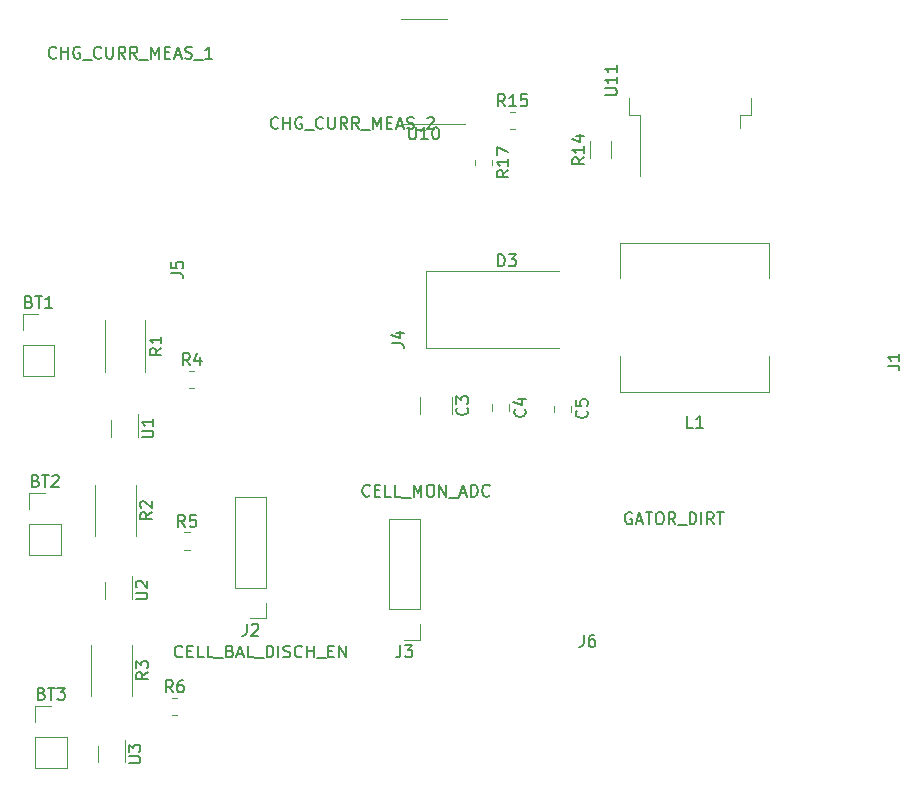
<source format=gbr>
%TF.GenerationSoftware,KiCad,Pcbnew,(6.0.2)*%
%TF.CreationDate,2022-03-20T03:32:58-07:00*%
%TF.ProjectId,ChargerPOC,43686172-6765-4725-904f-432e6b696361,rev?*%
%TF.SameCoordinates,Original*%
%TF.FileFunction,Legend,Top*%
%TF.FilePolarity,Positive*%
%FSLAX46Y46*%
G04 Gerber Fmt 4.6, Leading zero omitted, Abs format (unit mm)*
G04 Created by KiCad (PCBNEW (6.0.2)) date 2022-03-20 03:32:58*
%MOMM*%
%LPD*%
G01*
G04 APERTURE LIST*
%ADD10C,0.150000*%
%ADD11C,0.120000*%
G04 APERTURE END LIST*
D10*
%TO.C,J5*%
X36700980Y-87055333D02*
X37415266Y-87055333D01*
X37558123Y-87102952D01*
X37653361Y-87198190D01*
X37700980Y-87341047D01*
X37700980Y-87436285D01*
X36700980Y-86102952D02*
X36700980Y-86579142D01*
X37177171Y-86626761D01*
X37129552Y-86579142D01*
X37081933Y-86483904D01*
X37081933Y-86245809D01*
X37129552Y-86150571D01*
X37177171Y-86102952D01*
X37272409Y-86055333D01*
X37510504Y-86055333D01*
X37605742Y-86102952D01*
X37653361Y-86150571D01*
X37700980Y-86245809D01*
X37700980Y-86483904D01*
X37653361Y-86579142D01*
X37605742Y-86626761D01*
X26962885Y-68759342D02*
X26915266Y-68806961D01*
X26772409Y-68854580D01*
X26677171Y-68854580D01*
X26534314Y-68806961D01*
X26439076Y-68711723D01*
X26391457Y-68616485D01*
X26343838Y-68426009D01*
X26343838Y-68283152D01*
X26391457Y-68092676D01*
X26439076Y-67997438D01*
X26534314Y-67902200D01*
X26677171Y-67854580D01*
X26772409Y-67854580D01*
X26915266Y-67902200D01*
X26962885Y-67949819D01*
X27391457Y-68854580D02*
X27391457Y-67854580D01*
X27391457Y-68330771D02*
X27962885Y-68330771D01*
X27962885Y-68854580D02*
X27962885Y-67854580D01*
X28962885Y-67902200D02*
X28867647Y-67854580D01*
X28724790Y-67854580D01*
X28581933Y-67902200D01*
X28486695Y-67997438D01*
X28439076Y-68092676D01*
X28391457Y-68283152D01*
X28391457Y-68426009D01*
X28439076Y-68616485D01*
X28486695Y-68711723D01*
X28581933Y-68806961D01*
X28724790Y-68854580D01*
X28820028Y-68854580D01*
X28962885Y-68806961D01*
X29010504Y-68759342D01*
X29010504Y-68426009D01*
X28820028Y-68426009D01*
X29200980Y-68949819D02*
X29962885Y-68949819D01*
X30772409Y-68759342D02*
X30724790Y-68806961D01*
X30581933Y-68854580D01*
X30486695Y-68854580D01*
X30343838Y-68806961D01*
X30248600Y-68711723D01*
X30200980Y-68616485D01*
X30153361Y-68426009D01*
X30153361Y-68283152D01*
X30200980Y-68092676D01*
X30248600Y-67997438D01*
X30343838Y-67902200D01*
X30486695Y-67854580D01*
X30581933Y-67854580D01*
X30724790Y-67902200D01*
X30772409Y-67949819D01*
X31200980Y-67854580D02*
X31200980Y-68664104D01*
X31248600Y-68759342D01*
X31296219Y-68806961D01*
X31391457Y-68854580D01*
X31581933Y-68854580D01*
X31677171Y-68806961D01*
X31724790Y-68759342D01*
X31772409Y-68664104D01*
X31772409Y-67854580D01*
X32820028Y-68854580D02*
X32486695Y-68378390D01*
X32248600Y-68854580D02*
X32248600Y-67854580D01*
X32629552Y-67854580D01*
X32724790Y-67902200D01*
X32772409Y-67949819D01*
X32820028Y-68045057D01*
X32820028Y-68187914D01*
X32772409Y-68283152D01*
X32724790Y-68330771D01*
X32629552Y-68378390D01*
X32248600Y-68378390D01*
X33820028Y-68854580D02*
X33486695Y-68378390D01*
X33248600Y-68854580D02*
X33248600Y-67854580D01*
X33629552Y-67854580D01*
X33724790Y-67902200D01*
X33772409Y-67949819D01*
X33820028Y-68045057D01*
X33820028Y-68187914D01*
X33772409Y-68283152D01*
X33724790Y-68330771D01*
X33629552Y-68378390D01*
X33248600Y-68378390D01*
X34010504Y-68949819D02*
X34772409Y-68949819D01*
X35010504Y-68854580D02*
X35010504Y-67854580D01*
X35343838Y-68568866D01*
X35677171Y-67854580D01*
X35677171Y-68854580D01*
X36153361Y-68330771D02*
X36486695Y-68330771D01*
X36629552Y-68854580D02*
X36153361Y-68854580D01*
X36153361Y-67854580D01*
X36629552Y-67854580D01*
X37010504Y-68568866D02*
X37486695Y-68568866D01*
X36915266Y-68854580D02*
X37248600Y-67854580D01*
X37581933Y-68854580D01*
X37867647Y-68806961D02*
X38010504Y-68854580D01*
X38248600Y-68854580D01*
X38343838Y-68806961D01*
X38391457Y-68759342D01*
X38439076Y-68664104D01*
X38439076Y-68568866D01*
X38391457Y-68473628D01*
X38343838Y-68426009D01*
X38248600Y-68378390D01*
X38058123Y-68330771D01*
X37962885Y-68283152D01*
X37915266Y-68235533D01*
X37867647Y-68140295D01*
X37867647Y-68045057D01*
X37915266Y-67949819D01*
X37962885Y-67902200D01*
X38058123Y-67854580D01*
X38296219Y-67854580D01*
X38439076Y-67902200D01*
X38629552Y-68949819D02*
X39391457Y-68949819D01*
X40153361Y-68854580D02*
X39581933Y-68854580D01*
X39867647Y-68854580D02*
X39867647Y-67854580D01*
X39772409Y-67997438D01*
X39677171Y-68092676D01*
X39581933Y-68140295D01*
%TO.C,J4*%
X55395380Y-92967333D02*
X56109666Y-92967333D01*
X56252523Y-93014952D01*
X56347761Y-93110190D01*
X56395380Y-93253047D01*
X56395380Y-93348285D01*
X55728714Y-92062571D02*
X56395380Y-92062571D01*
X55347761Y-92300666D02*
X56062047Y-92538761D01*
X56062047Y-91919714D01*
X45758885Y-74728342D02*
X45711266Y-74775961D01*
X45568409Y-74823580D01*
X45473171Y-74823580D01*
X45330314Y-74775961D01*
X45235076Y-74680723D01*
X45187457Y-74585485D01*
X45139838Y-74395009D01*
X45139838Y-74252152D01*
X45187457Y-74061676D01*
X45235076Y-73966438D01*
X45330314Y-73871200D01*
X45473171Y-73823580D01*
X45568409Y-73823580D01*
X45711266Y-73871200D01*
X45758885Y-73918819D01*
X46187457Y-74823580D02*
X46187457Y-73823580D01*
X46187457Y-74299771D02*
X46758885Y-74299771D01*
X46758885Y-74823580D02*
X46758885Y-73823580D01*
X47758885Y-73871200D02*
X47663647Y-73823580D01*
X47520790Y-73823580D01*
X47377933Y-73871200D01*
X47282695Y-73966438D01*
X47235076Y-74061676D01*
X47187457Y-74252152D01*
X47187457Y-74395009D01*
X47235076Y-74585485D01*
X47282695Y-74680723D01*
X47377933Y-74775961D01*
X47520790Y-74823580D01*
X47616028Y-74823580D01*
X47758885Y-74775961D01*
X47806504Y-74728342D01*
X47806504Y-74395009D01*
X47616028Y-74395009D01*
X47996980Y-74918819D02*
X48758885Y-74918819D01*
X49568409Y-74728342D02*
X49520790Y-74775961D01*
X49377933Y-74823580D01*
X49282695Y-74823580D01*
X49139838Y-74775961D01*
X49044600Y-74680723D01*
X48996980Y-74585485D01*
X48949361Y-74395009D01*
X48949361Y-74252152D01*
X48996980Y-74061676D01*
X49044600Y-73966438D01*
X49139838Y-73871200D01*
X49282695Y-73823580D01*
X49377933Y-73823580D01*
X49520790Y-73871200D01*
X49568409Y-73918819D01*
X49996980Y-73823580D02*
X49996980Y-74633104D01*
X50044600Y-74728342D01*
X50092219Y-74775961D01*
X50187457Y-74823580D01*
X50377933Y-74823580D01*
X50473171Y-74775961D01*
X50520790Y-74728342D01*
X50568409Y-74633104D01*
X50568409Y-73823580D01*
X51616028Y-74823580D02*
X51282695Y-74347390D01*
X51044600Y-74823580D02*
X51044600Y-73823580D01*
X51425552Y-73823580D01*
X51520790Y-73871200D01*
X51568409Y-73918819D01*
X51616028Y-74014057D01*
X51616028Y-74156914D01*
X51568409Y-74252152D01*
X51520790Y-74299771D01*
X51425552Y-74347390D01*
X51044600Y-74347390D01*
X52616028Y-74823580D02*
X52282695Y-74347390D01*
X52044600Y-74823580D02*
X52044600Y-73823580D01*
X52425552Y-73823580D01*
X52520790Y-73871200D01*
X52568409Y-73918819D01*
X52616028Y-74014057D01*
X52616028Y-74156914D01*
X52568409Y-74252152D01*
X52520790Y-74299771D01*
X52425552Y-74347390D01*
X52044600Y-74347390D01*
X52806504Y-74918819D02*
X53568409Y-74918819D01*
X53806504Y-74823580D02*
X53806504Y-73823580D01*
X54139838Y-74537866D01*
X54473171Y-73823580D01*
X54473171Y-74823580D01*
X54949361Y-74299771D02*
X55282695Y-74299771D01*
X55425552Y-74823580D02*
X54949361Y-74823580D01*
X54949361Y-73823580D01*
X55425552Y-73823580D01*
X55806504Y-74537866D02*
X56282695Y-74537866D01*
X55711266Y-74823580D02*
X56044600Y-73823580D01*
X56377933Y-74823580D01*
X56663647Y-74775961D02*
X56806504Y-74823580D01*
X57044600Y-74823580D01*
X57139838Y-74775961D01*
X57187457Y-74728342D01*
X57235076Y-74633104D01*
X57235076Y-74537866D01*
X57187457Y-74442628D01*
X57139838Y-74395009D01*
X57044600Y-74347390D01*
X56854123Y-74299771D01*
X56758885Y-74252152D01*
X56711266Y-74204533D01*
X56663647Y-74109295D01*
X56663647Y-74014057D01*
X56711266Y-73918819D01*
X56758885Y-73871200D01*
X56854123Y-73823580D01*
X57092219Y-73823580D01*
X57235076Y-73871200D01*
X57425552Y-74918819D02*
X58187457Y-74918819D01*
X58377933Y-73918819D02*
X58425552Y-73871200D01*
X58520790Y-73823580D01*
X58758885Y-73823580D01*
X58854123Y-73871200D01*
X58901742Y-73918819D01*
X58949361Y-74014057D01*
X58949361Y-74109295D01*
X58901742Y-74252152D01*
X58330314Y-74823580D01*
X58949361Y-74823580D01*
%TO.C,J3*%
X56105466Y-118546180D02*
X56105466Y-119260466D01*
X56057847Y-119403323D01*
X55962609Y-119498561D01*
X55819752Y-119546180D01*
X55724514Y-119546180D01*
X56486419Y-118546180D02*
X57105466Y-118546180D01*
X56772133Y-118927133D01*
X56914990Y-118927133D01*
X57010228Y-118974752D01*
X57057847Y-119022371D01*
X57105466Y-119117609D01*
X57105466Y-119355704D01*
X57057847Y-119450942D01*
X57010228Y-119498561D01*
X56914990Y-119546180D01*
X56629276Y-119546180D01*
X56534038Y-119498561D01*
X56486419Y-119450942D01*
X53505695Y-105843342D02*
X53458076Y-105890961D01*
X53315219Y-105938580D01*
X53219980Y-105938580D01*
X53077123Y-105890961D01*
X52981885Y-105795723D01*
X52934266Y-105700485D01*
X52886647Y-105510009D01*
X52886647Y-105367152D01*
X52934266Y-105176676D01*
X52981885Y-105081438D01*
X53077123Y-104986200D01*
X53219980Y-104938580D01*
X53315219Y-104938580D01*
X53458076Y-104986200D01*
X53505695Y-105033819D01*
X53934266Y-105414771D02*
X54267600Y-105414771D01*
X54410457Y-105938580D02*
X53934266Y-105938580D01*
X53934266Y-104938580D01*
X54410457Y-104938580D01*
X55315219Y-105938580D02*
X54839028Y-105938580D01*
X54839028Y-104938580D01*
X56124742Y-105938580D02*
X55648552Y-105938580D01*
X55648552Y-104938580D01*
X56219980Y-106033819D02*
X56981885Y-106033819D01*
X57219980Y-105938580D02*
X57219980Y-104938580D01*
X57553314Y-105652866D01*
X57886647Y-104938580D01*
X57886647Y-105938580D01*
X58553314Y-104938580D02*
X58743790Y-104938580D01*
X58839028Y-104986200D01*
X58934266Y-105081438D01*
X58981885Y-105271914D01*
X58981885Y-105605247D01*
X58934266Y-105795723D01*
X58839028Y-105890961D01*
X58743790Y-105938580D01*
X58553314Y-105938580D01*
X58458076Y-105890961D01*
X58362838Y-105795723D01*
X58315219Y-105605247D01*
X58315219Y-105271914D01*
X58362838Y-105081438D01*
X58458076Y-104986200D01*
X58553314Y-104938580D01*
X59410457Y-105938580D02*
X59410457Y-104938580D01*
X59981885Y-105938580D01*
X59981885Y-104938580D01*
X60219980Y-106033819D02*
X60981885Y-106033819D01*
X61172361Y-105652866D02*
X61648552Y-105652866D01*
X61077123Y-105938580D02*
X61410457Y-104938580D01*
X61743790Y-105938580D01*
X62077123Y-105938580D02*
X62077123Y-104938580D01*
X62315219Y-104938580D01*
X62458076Y-104986200D01*
X62553314Y-105081438D01*
X62600933Y-105176676D01*
X62648552Y-105367152D01*
X62648552Y-105510009D01*
X62600933Y-105700485D01*
X62553314Y-105795723D01*
X62458076Y-105890961D01*
X62315219Y-105938580D01*
X62077123Y-105938580D01*
X63648552Y-105843342D02*
X63600933Y-105890961D01*
X63458076Y-105938580D01*
X63362838Y-105938580D01*
X63219980Y-105890961D01*
X63124742Y-105795723D01*
X63077123Y-105700485D01*
X63029504Y-105510009D01*
X63029504Y-105367152D01*
X63077123Y-105176676D01*
X63124742Y-105081438D01*
X63219980Y-104986200D01*
X63362838Y-104938580D01*
X63458076Y-104938580D01*
X63600933Y-104986200D01*
X63648552Y-105033819D01*
%TO.C,J2*%
X43075266Y-116707380D02*
X43075266Y-117421666D01*
X43027647Y-117564523D01*
X42932409Y-117659761D01*
X42789552Y-117707380D01*
X42694314Y-117707380D01*
X43503838Y-116802619D02*
X43551457Y-116755000D01*
X43646695Y-116707380D01*
X43884790Y-116707380D01*
X43980028Y-116755000D01*
X44027647Y-116802619D01*
X44075266Y-116897857D01*
X44075266Y-116993095D01*
X44027647Y-117135952D01*
X43456219Y-117707380D01*
X44075266Y-117707380D01*
X37629342Y-119457742D02*
X37581723Y-119505361D01*
X37438866Y-119552980D01*
X37343628Y-119552980D01*
X37200771Y-119505361D01*
X37105533Y-119410123D01*
X37057914Y-119314885D01*
X37010295Y-119124409D01*
X37010295Y-118981552D01*
X37057914Y-118791076D01*
X37105533Y-118695838D01*
X37200771Y-118600600D01*
X37343628Y-118552980D01*
X37438866Y-118552980D01*
X37581723Y-118600600D01*
X37629342Y-118648219D01*
X38057914Y-119029171D02*
X38391247Y-119029171D01*
X38534104Y-119552980D02*
X38057914Y-119552980D01*
X38057914Y-118552980D01*
X38534104Y-118552980D01*
X39438866Y-119552980D02*
X38962676Y-119552980D01*
X38962676Y-118552980D01*
X40248390Y-119552980D02*
X39772200Y-119552980D01*
X39772200Y-118552980D01*
X40343628Y-119648219D02*
X41105533Y-119648219D01*
X41676961Y-119029171D02*
X41819819Y-119076790D01*
X41867438Y-119124409D01*
X41915057Y-119219647D01*
X41915057Y-119362504D01*
X41867438Y-119457742D01*
X41819819Y-119505361D01*
X41724580Y-119552980D01*
X41343628Y-119552980D01*
X41343628Y-118552980D01*
X41676961Y-118552980D01*
X41772200Y-118600600D01*
X41819819Y-118648219D01*
X41867438Y-118743457D01*
X41867438Y-118838695D01*
X41819819Y-118933933D01*
X41772200Y-118981552D01*
X41676961Y-119029171D01*
X41343628Y-119029171D01*
X42296009Y-119267266D02*
X42772200Y-119267266D01*
X42200771Y-119552980D02*
X42534104Y-118552980D01*
X42867438Y-119552980D01*
X43676961Y-119552980D02*
X43200771Y-119552980D01*
X43200771Y-118552980D01*
X43772200Y-119648219D02*
X44534104Y-119648219D01*
X44772200Y-119552980D02*
X44772200Y-118552980D01*
X45010295Y-118552980D01*
X45153152Y-118600600D01*
X45248390Y-118695838D01*
X45296009Y-118791076D01*
X45343628Y-118981552D01*
X45343628Y-119124409D01*
X45296009Y-119314885D01*
X45248390Y-119410123D01*
X45153152Y-119505361D01*
X45010295Y-119552980D01*
X44772200Y-119552980D01*
X45772200Y-119552980D02*
X45772200Y-118552980D01*
X46200771Y-119505361D02*
X46343628Y-119552980D01*
X46581723Y-119552980D01*
X46676961Y-119505361D01*
X46724580Y-119457742D01*
X46772200Y-119362504D01*
X46772200Y-119267266D01*
X46724580Y-119172028D01*
X46676961Y-119124409D01*
X46581723Y-119076790D01*
X46391247Y-119029171D01*
X46296009Y-118981552D01*
X46248390Y-118933933D01*
X46200771Y-118838695D01*
X46200771Y-118743457D01*
X46248390Y-118648219D01*
X46296009Y-118600600D01*
X46391247Y-118552980D01*
X46629342Y-118552980D01*
X46772200Y-118600600D01*
X47772200Y-119457742D02*
X47724580Y-119505361D01*
X47581723Y-119552980D01*
X47486485Y-119552980D01*
X47343628Y-119505361D01*
X47248390Y-119410123D01*
X47200771Y-119314885D01*
X47153152Y-119124409D01*
X47153152Y-118981552D01*
X47200771Y-118791076D01*
X47248390Y-118695838D01*
X47343628Y-118600600D01*
X47486485Y-118552980D01*
X47581723Y-118552980D01*
X47724580Y-118600600D01*
X47772200Y-118648219D01*
X48200771Y-119552980D02*
X48200771Y-118552980D01*
X48200771Y-119029171D02*
X48772200Y-119029171D01*
X48772200Y-119552980D02*
X48772200Y-118552980D01*
X49010295Y-119648219D02*
X49772199Y-119648219D01*
X50010295Y-119029171D02*
X50343628Y-119029171D01*
X50486485Y-119552980D02*
X50010295Y-119552980D01*
X50010295Y-118552980D01*
X50486485Y-118552980D01*
X50915057Y-119552980D02*
X50915057Y-118552980D01*
X51486485Y-119552980D01*
X51486485Y-118552980D01*
%TO.C,J1*%
X97356180Y-94853133D02*
X98070466Y-94853133D01*
X98213323Y-94900752D01*
X98308561Y-94995990D01*
X98356180Y-95138847D01*
X98356180Y-95234085D01*
X98356180Y-93853133D02*
X98356180Y-94424561D01*
X98356180Y-94138847D02*
X97356180Y-94138847D01*
X97499038Y-94234085D01*
X97594276Y-94329323D01*
X97641895Y-94424561D01*
%TO.C,J6*%
X71618466Y-117650780D02*
X71618466Y-118365066D01*
X71570847Y-118507923D01*
X71475609Y-118603161D01*
X71332752Y-118650780D01*
X71237514Y-118650780D01*
X72523228Y-117650780D02*
X72332752Y-117650780D01*
X72237514Y-117698400D01*
X72189895Y-117746019D01*
X72094657Y-117888876D01*
X72047038Y-118079352D01*
X72047038Y-118460304D01*
X72094657Y-118555542D01*
X72142276Y-118603161D01*
X72237514Y-118650780D01*
X72427990Y-118650780D01*
X72523228Y-118603161D01*
X72570847Y-118555542D01*
X72618466Y-118460304D01*
X72618466Y-118222209D01*
X72570847Y-118126971D01*
X72523228Y-118079352D01*
X72427990Y-118031733D01*
X72237514Y-118031733D01*
X72142276Y-118079352D01*
X72094657Y-118126971D01*
X72047038Y-118222209D01*
X75676571Y-107323000D02*
X75581333Y-107275380D01*
X75438476Y-107275380D01*
X75295619Y-107323000D01*
X75200380Y-107418238D01*
X75152761Y-107513476D01*
X75105142Y-107703952D01*
X75105142Y-107846809D01*
X75152761Y-108037285D01*
X75200380Y-108132523D01*
X75295619Y-108227761D01*
X75438476Y-108275380D01*
X75533714Y-108275380D01*
X75676571Y-108227761D01*
X75724190Y-108180142D01*
X75724190Y-107846809D01*
X75533714Y-107846809D01*
X76105142Y-107989666D02*
X76581333Y-107989666D01*
X76009904Y-108275380D02*
X76343238Y-107275380D01*
X76676571Y-108275380D01*
X76867047Y-107275380D02*
X77438476Y-107275380D01*
X77152761Y-108275380D02*
X77152761Y-107275380D01*
X77962285Y-107275380D02*
X78152761Y-107275380D01*
X78248000Y-107323000D01*
X78343238Y-107418238D01*
X78390857Y-107608714D01*
X78390857Y-107942047D01*
X78343238Y-108132523D01*
X78248000Y-108227761D01*
X78152761Y-108275380D01*
X77962285Y-108275380D01*
X77867047Y-108227761D01*
X77771809Y-108132523D01*
X77724190Y-107942047D01*
X77724190Y-107608714D01*
X77771809Y-107418238D01*
X77867047Y-107323000D01*
X77962285Y-107275380D01*
X79390857Y-108275380D02*
X79057523Y-107799190D01*
X78819428Y-108275380D02*
X78819428Y-107275380D01*
X79200380Y-107275380D01*
X79295619Y-107323000D01*
X79343238Y-107370619D01*
X79390857Y-107465857D01*
X79390857Y-107608714D01*
X79343238Y-107703952D01*
X79295619Y-107751571D01*
X79200380Y-107799190D01*
X78819428Y-107799190D01*
X79581333Y-108370619D02*
X80343238Y-108370619D01*
X80581333Y-108275380D02*
X80581333Y-107275380D01*
X80819428Y-107275380D01*
X80962285Y-107323000D01*
X81057523Y-107418238D01*
X81105142Y-107513476D01*
X81152761Y-107703952D01*
X81152761Y-107846809D01*
X81105142Y-108037285D01*
X81057523Y-108132523D01*
X80962285Y-108227761D01*
X80819428Y-108275380D01*
X80581333Y-108275380D01*
X81581333Y-108275380D02*
X81581333Y-107275380D01*
X82628952Y-108275380D02*
X82295619Y-107799190D01*
X82057523Y-108275380D02*
X82057523Y-107275380D01*
X82438476Y-107275380D01*
X82533714Y-107323000D01*
X82581333Y-107370619D01*
X82628952Y-107465857D01*
X82628952Y-107608714D01*
X82581333Y-107703952D01*
X82533714Y-107751571D01*
X82438476Y-107799190D01*
X82057523Y-107799190D01*
X82914666Y-107275380D02*
X83486095Y-107275380D01*
X83200380Y-108275380D02*
X83200380Y-107275380D01*
%TO.C,U10*%
X56851704Y-74674580D02*
X56851704Y-75484104D01*
X56899323Y-75579342D01*
X56946942Y-75626961D01*
X57042180Y-75674580D01*
X57232657Y-75674580D01*
X57327895Y-75626961D01*
X57375514Y-75579342D01*
X57423133Y-75484104D01*
X57423133Y-74674580D01*
X58423133Y-75674580D02*
X57851704Y-75674580D01*
X58137419Y-75674580D02*
X58137419Y-74674580D01*
X58042180Y-74817438D01*
X57946942Y-74912676D01*
X57851704Y-74960295D01*
X59042180Y-74674580D02*
X59137419Y-74674580D01*
X59232657Y-74722200D01*
X59280276Y-74769819D01*
X59327895Y-74865057D01*
X59375514Y-75055533D01*
X59375514Y-75293628D01*
X59327895Y-75484104D01*
X59280276Y-75579342D01*
X59232657Y-75626961D01*
X59137419Y-75674580D01*
X59042180Y-75674580D01*
X58946942Y-75626961D01*
X58899323Y-75579342D01*
X58851704Y-75484104D01*
X58804085Y-75293628D01*
X58804085Y-75055533D01*
X58851704Y-74865057D01*
X58899323Y-74769819D01*
X58946942Y-74722200D01*
X59042180Y-74674580D01*
%TO.C,R17*%
X65246780Y-78316057D02*
X64770590Y-78649390D01*
X65246780Y-78887485D02*
X64246780Y-78887485D01*
X64246780Y-78506533D01*
X64294400Y-78411295D01*
X64342019Y-78363676D01*
X64437257Y-78316057D01*
X64580114Y-78316057D01*
X64675352Y-78363676D01*
X64722971Y-78411295D01*
X64770590Y-78506533D01*
X64770590Y-78887485D01*
X65246780Y-77363676D02*
X65246780Y-77935104D01*
X65246780Y-77649390D02*
X64246780Y-77649390D01*
X64389638Y-77744628D01*
X64484876Y-77839866D01*
X64532495Y-77935104D01*
X64246780Y-77030342D02*
X64246780Y-76363676D01*
X65246780Y-76792247D01*
%TO.C,R15*%
X64949342Y-72884780D02*
X64616009Y-72408590D01*
X64377914Y-72884780D02*
X64377914Y-71884780D01*
X64758866Y-71884780D01*
X64854104Y-71932400D01*
X64901723Y-71980019D01*
X64949342Y-72075257D01*
X64949342Y-72218114D01*
X64901723Y-72313352D01*
X64854104Y-72360971D01*
X64758866Y-72408590D01*
X64377914Y-72408590D01*
X65901723Y-72884780D02*
X65330295Y-72884780D01*
X65616009Y-72884780D02*
X65616009Y-71884780D01*
X65520771Y-72027638D01*
X65425533Y-72122876D01*
X65330295Y-72170495D01*
X66806485Y-71884780D02*
X66330295Y-71884780D01*
X66282676Y-72360971D01*
X66330295Y-72313352D01*
X66425533Y-72265733D01*
X66663628Y-72265733D01*
X66758866Y-72313352D01*
X66806485Y-72360971D01*
X66854104Y-72456209D01*
X66854104Y-72694304D01*
X66806485Y-72789542D01*
X66758866Y-72837161D01*
X66663628Y-72884780D01*
X66425533Y-72884780D01*
X66330295Y-72837161D01*
X66282676Y-72789542D01*
%TO.C,R6*%
X36831733Y-122500380D02*
X36498400Y-122024190D01*
X36260304Y-122500380D02*
X36260304Y-121500380D01*
X36641257Y-121500380D01*
X36736495Y-121548000D01*
X36784114Y-121595619D01*
X36831733Y-121690857D01*
X36831733Y-121833714D01*
X36784114Y-121928952D01*
X36736495Y-121976571D01*
X36641257Y-122024190D01*
X36260304Y-122024190D01*
X37688876Y-121500380D02*
X37498400Y-121500380D01*
X37403161Y-121548000D01*
X37355542Y-121595619D01*
X37260304Y-121738476D01*
X37212685Y-121928952D01*
X37212685Y-122309904D01*
X37260304Y-122405142D01*
X37307923Y-122452761D01*
X37403161Y-122500380D01*
X37593638Y-122500380D01*
X37688876Y-122452761D01*
X37736495Y-122405142D01*
X37784114Y-122309904D01*
X37784114Y-122071809D01*
X37736495Y-121976571D01*
X37688876Y-121928952D01*
X37593638Y-121881333D01*
X37403161Y-121881333D01*
X37307923Y-121928952D01*
X37260304Y-121976571D01*
X37212685Y-122071809D01*
%TO.C,R5*%
X37866533Y-108504980D02*
X37533200Y-108028790D01*
X37295104Y-108504980D02*
X37295104Y-107504980D01*
X37676057Y-107504980D01*
X37771295Y-107552600D01*
X37818914Y-107600219D01*
X37866533Y-107695457D01*
X37866533Y-107838314D01*
X37818914Y-107933552D01*
X37771295Y-107981171D01*
X37676057Y-108028790D01*
X37295104Y-108028790D01*
X38771295Y-107504980D02*
X38295104Y-107504980D01*
X38247485Y-107981171D01*
X38295104Y-107933552D01*
X38390342Y-107885933D01*
X38628438Y-107885933D01*
X38723676Y-107933552D01*
X38771295Y-107981171D01*
X38818914Y-108076409D01*
X38818914Y-108314504D01*
X38771295Y-108409742D01*
X38723676Y-108457361D01*
X38628438Y-108504980D01*
X38390342Y-108504980D01*
X38295104Y-108457361D01*
X38247485Y-108409742D01*
%TO.C,R4*%
X38272933Y-94814380D02*
X37939600Y-94338190D01*
X37701504Y-94814380D02*
X37701504Y-93814380D01*
X38082457Y-93814380D01*
X38177695Y-93862000D01*
X38225314Y-93909619D01*
X38272933Y-94004857D01*
X38272933Y-94147714D01*
X38225314Y-94242952D01*
X38177695Y-94290571D01*
X38082457Y-94338190D01*
X37701504Y-94338190D01*
X39130076Y-94147714D02*
X39130076Y-94814380D01*
X38891980Y-93766761D02*
X38653885Y-94481047D01*
X39272933Y-94481047D01*
%TO.C,BT3*%
X25731885Y-122612371D02*
X25874742Y-122659990D01*
X25922361Y-122707609D01*
X25969980Y-122802847D01*
X25969980Y-122945704D01*
X25922361Y-123040942D01*
X25874742Y-123088561D01*
X25779504Y-123136180D01*
X25398552Y-123136180D01*
X25398552Y-122136180D01*
X25731885Y-122136180D01*
X25827123Y-122183800D01*
X25874742Y-122231419D01*
X25922361Y-122326657D01*
X25922361Y-122421895D01*
X25874742Y-122517133D01*
X25827123Y-122564752D01*
X25731885Y-122612371D01*
X25398552Y-122612371D01*
X26255695Y-122136180D02*
X26827123Y-122136180D01*
X26541409Y-123136180D02*
X26541409Y-122136180D01*
X27065219Y-122136180D02*
X27684266Y-122136180D01*
X27350933Y-122517133D01*
X27493790Y-122517133D01*
X27589028Y-122564752D01*
X27636647Y-122612371D01*
X27684266Y-122707609D01*
X27684266Y-122945704D01*
X27636647Y-123040942D01*
X27589028Y-123088561D01*
X27493790Y-123136180D01*
X27208076Y-123136180D01*
X27112838Y-123088561D01*
X27065219Y-123040942D01*
%TO.C,BT2*%
X25223885Y-104593771D02*
X25366742Y-104641390D01*
X25414361Y-104689009D01*
X25461980Y-104784247D01*
X25461980Y-104927104D01*
X25414361Y-105022342D01*
X25366742Y-105069961D01*
X25271504Y-105117580D01*
X24890552Y-105117580D01*
X24890552Y-104117580D01*
X25223885Y-104117580D01*
X25319123Y-104165200D01*
X25366742Y-104212819D01*
X25414361Y-104308057D01*
X25414361Y-104403295D01*
X25366742Y-104498533D01*
X25319123Y-104546152D01*
X25223885Y-104593771D01*
X24890552Y-104593771D01*
X25747695Y-104117580D02*
X26319123Y-104117580D01*
X26033409Y-105117580D02*
X26033409Y-104117580D01*
X26604838Y-104212819D02*
X26652457Y-104165200D01*
X26747695Y-104117580D01*
X26985790Y-104117580D01*
X27081028Y-104165200D01*
X27128647Y-104212819D01*
X27176266Y-104308057D01*
X27176266Y-104403295D01*
X27128647Y-104546152D01*
X26557219Y-105117580D01*
X27176266Y-105117580D01*
%TO.C,BT1*%
X24665085Y-89444971D02*
X24807942Y-89492590D01*
X24855561Y-89540209D01*
X24903180Y-89635447D01*
X24903180Y-89778304D01*
X24855561Y-89873542D01*
X24807942Y-89921161D01*
X24712704Y-89968780D01*
X24331752Y-89968780D01*
X24331752Y-88968780D01*
X24665085Y-88968780D01*
X24760323Y-89016400D01*
X24807942Y-89064019D01*
X24855561Y-89159257D01*
X24855561Y-89254495D01*
X24807942Y-89349733D01*
X24760323Y-89397352D01*
X24665085Y-89444971D01*
X24331752Y-89444971D01*
X25188895Y-88968780D02*
X25760323Y-88968780D01*
X25474609Y-89968780D02*
X25474609Y-88968780D01*
X26617466Y-89968780D02*
X26046038Y-89968780D01*
X26331752Y-89968780D02*
X26331752Y-88968780D01*
X26236514Y-89111638D01*
X26141276Y-89206876D01*
X26046038Y-89254495D01*
%TO.C,R2*%
X35050980Y-107280466D02*
X34574790Y-107613800D01*
X35050980Y-107851895D02*
X34050980Y-107851895D01*
X34050980Y-107470942D01*
X34098600Y-107375704D01*
X34146219Y-107328085D01*
X34241457Y-107280466D01*
X34384314Y-107280466D01*
X34479552Y-107328085D01*
X34527171Y-107375704D01*
X34574790Y-107470942D01*
X34574790Y-107851895D01*
X34146219Y-106899514D02*
X34098600Y-106851895D01*
X34050980Y-106756657D01*
X34050980Y-106518561D01*
X34098600Y-106423323D01*
X34146219Y-106375704D01*
X34241457Y-106328085D01*
X34336695Y-106328085D01*
X34479552Y-106375704D01*
X35050980Y-106947133D01*
X35050980Y-106328085D01*
%TO.C,U11*%
X73428380Y-71960495D02*
X74237904Y-71960495D01*
X74333142Y-71912876D01*
X74380761Y-71865257D01*
X74428380Y-71770019D01*
X74428380Y-71579542D01*
X74380761Y-71484304D01*
X74333142Y-71436685D01*
X74237904Y-71389066D01*
X73428380Y-71389066D01*
X74428380Y-70389066D02*
X74428380Y-70960495D01*
X74428380Y-70674780D02*
X73428380Y-70674780D01*
X73571238Y-70770019D01*
X73666476Y-70865257D01*
X73714095Y-70960495D01*
X74428380Y-69436685D02*
X74428380Y-70008114D01*
X74428380Y-69722400D02*
X73428380Y-69722400D01*
X73571238Y-69817638D01*
X73666476Y-69912876D01*
X73714095Y-70008114D01*
%TO.C,U3*%
X33085780Y-128507704D02*
X33895304Y-128507704D01*
X33990542Y-128460085D01*
X34038161Y-128412466D01*
X34085780Y-128317228D01*
X34085780Y-128126752D01*
X34038161Y-128031514D01*
X33990542Y-127983895D01*
X33895304Y-127936276D01*
X33085780Y-127936276D01*
X33085780Y-127555323D02*
X33085780Y-126936276D01*
X33466733Y-127269609D01*
X33466733Y-127126752D01*
X33514352Y-127031514D01*
X33561971Y-126983895D01*
X33657209Y-126936276D01*
X33895304Y-126936276D01*
X33990542Y-126983895D01*
X34038161Y-127031514D01*
X34085780Y-127126752D01*
X34085780Y-127412466D01*
X34038161Y-127507704D01*
X33990542Y-127555323D01*
%TO.C,L1*%
X80859333Y-100096580D02*
X80383142Y-100096580D01*
X80383142Y-99096580D01*
X81716476Y-100096580D02*
X81145047Y-100096580D01*
X81430761Y-100096580D02*
X81430761Y-99096580D01*
X81335523Y-99239438D01*
X81240285Y-99334676D01*
X81145047Y-99382295D01*
%TO.C,C3*%
X61737542Y-98401566D02*
X61785161Y-98449185D01*
X61832780Y-98592042D01*
X61832780Y-98687280D01*
X61785161Y-98830138D01*
X61689923Y-98925376D01*
X61594685Y-98972995D01*
X61404209Y-99020614D01*
X61261352Y-99020614D01*
X61070876Y-98972995D01*
X60975638Y-98925376D01*
X60880400Y-98830138D01*
X60832780Y-98687280D01*
X60832780Y-98592042D01*
X60880400Y-98449185D01*
X60928019Y-98401566D01*
X60832780Y-98068233D02*
X60832780Y-97449185D01*
X61213733Y-97782519D01*
X61213733Y-97639661D01*
X61261352Y-97544423D01*
X61308971Y-97496804D01*
X61404209Y-97449185D01*
X61642304Y-97449185D01*
X61737542Y-97496804D01*
X61785161Y-97544423D01*
X61832780Y-97639661D01*
X61832780Y-97925376D01*
X61785161Y-98020614D01*
X61737542Y-98068233D01*
%TO.C,U2*%
X33684980Y-114639304D02*
X34494504Y-114639304D01*
X34589742Y-114591685D01*
X34637361Y-114544066D01*
X34684980Y-114448828D01*
X34684980Y-114258352D01*
X34637361Y-114163114D01*
X34589742Y-114115495D01*
X34494504Y-114067876D01*
X33684980Y-114067876D01*
X33780219Y-113639304D02*
X33732600Y-113591685D01*
X33684980Y-113496447D01*
X33684980Y-113258352D01*
X33732600Y-113163114D01*
X33780219Y-113115495D01*
X33875457Y-113067876D01*
X33970695Y-113067876D01*
X34113552Y-113115495D01*
X34684980Y-113686923D01*
X34684980Y-113067876D01*
%TO.C,C4*%
X66629342Y-98562366D02*
X66676961Y-98609985D01*
X66724580Y-98752842D01*
X66724580Y-98848080D01*
X66676961Y-98990938D01*
X66581723Y-99086176D01*
X66486485Y-99133795D01*
X66296009Y-99181414D01*
X66153152Y-99181414D01*
X65962676Y-99133795D01*
X65867438Y-99086176D01*
X65772200Y-98990938D01*
X65724580Y-98848080D01*
X65724580Y-98752842D01*
X65772200Y-98609985D01*
X65819819Y-98562366D01*
X66057914Y-97705223D02*
X66724580Y-97705223D01*
X65676961Y-97943319D02*
X66391247Y-98181414D01*
X66391247Y-97562366D01*
%TO.C,C5*%
X71861742Y-98663966D02*
X71909361Y-98711585D01*
X71956980Y-98854442D01*
X71956980Y-98949680D01*
X71909361Y-99092538D01*
X71814123Y-99187776D01*
X71718885Y-99235395D01*
X71528409Y-99283014D01*
X71385552Y-99283014D01*
X71195076Y-99235395D01*
X71099838Y-99187776D01*
X71004600Y-99092538D01*
X70956980Y-98949680D01*
X70956980Y-98854442D01*
X71004600Y-98711585D01*
X71052219Y-98663966D01*
X70956980Y-97759204D02*
X70956980Y-98235395D01*
X71433171Y-98283014D01*
X71385552Y-98235395D01*
X71337933Y-98140157D01*
X71337933Y-97902061D01*
X71385552Y-97806823D01*
X71433171Y-97759204D01*
X71528409Y-97711585D01*
X71766504Y-97711585D01*
X71861742Y-97759204D01*
X71909361Y-97806823D01*
X71956980Y-97902061D01*
X71956980Y-98140157D01*
X71909361Y-98235395D01*
X71861742Y-98283014D01*
%TO.C,U1*%
X34192980Y-100939504D02*
X35002504Y-100939504D01*
X35097742Y-100891885D01*
X35145361Y-100844266D01*
X35192980Y-100749028D01*
X35192980Y-100558552D01*
X35145361Y-100463314D01*
X35097742Y-100415695D01*
X35002504Y-100368076D01*
X34192980Y-100368076D01*
X35192980Y-99368076D02*
X35192980Y-99939504D01*
X35192980Y-99653790D02*
X34192980Y-99653790D01*
X34335838Y-99749028D01*
X34431076Y-99844266D01*
X34478695Y-99939504D01*
%TO.C,R3*%
X34720780Y-120818666D02*
X34244590Y-121152000D01*
X34720780Y-121390095D02*
X33720780Y-121390095D01*
X33720780Y-121009142D01*
X33768400Y-120913904D01*
X33816019Y-120866285D01*
X33911257Y-120818666D01*
X34054114Y-120818666D01*
X34149352Y-120866285D01*
X34196971Y-120913904D01*
X34244590Y-121009142D01*
X34244590Y-121390095D01*
X33720780Y-120485333D02*
X33720780Y-119866285D01*
X34101733Y-120199619D01*
X34101733Y-120056761D01*
X34149352Y-119961523D01*
X34196971Y-119913904D01*
X34292209Y-119866285D01*
X34530304Y-119866285D01*
X34625542Y-119913904D01*
X34673161Y-119961523D01*
X34720780Y-120056761D01*
X34720780Y-120342476D01*
X34673161Y-120437714D01*
X34625542Y-120485333D01*
%TO.C,R1*%
X35863780Y-93361266D02*
X35387590Y-93694600D01*
X35863780Y-93932695D02*
X34863780Y-93932695D01*
X34863780Y-93551742D01*
X34911400Y-93456504D01*
X34959019Y-93408885D01*
X35054257Y-93361266D01*
X35197114Y-93361266D01*
X35292352Y-93408885D01*
X35339971Y-93456504D01*
X35387590Y-93551742D01*
X35387590Y-93932695D01*
X35863780Y-92408885D02*
X35863780Y-92980314D01*
X35863780Y-92694600D02*
X34863780Y-92694600D01*
X35006638Y-92789838D01*
X35101876Y-92885076D01*
X35149495Y-92980314D01*
%TO.C,D3*%
X64362104Y-86446180D02*
X64362104Y-85446180D01*
X64600200Y-85446180D01*
X64743057Y-85493800D01*
X64838295Y-85589038D01*
X64885914Y-85684276D01*
X64933533Y-85874752D01*
X64933533Y-86017609D01*
X64885914Y-86208085D01*
X64838295Y-86303323D01*
X64743057Y-86398561D01*
X64600200Y-86446180D01*
X64362104Y-86446180D01*
X65266866Y-85446180D02*
X65885914Y-85446180D01*
X65552580Y-85827133D01*
X65695438Y-85827133D01*
X65790676Y-85874752D01*
X65838295Y-85922371D01*
X65885914Y-86017609D01*
X65885914Y-86255704D01*
X65838295Y-86350942D01*
X65790676Y-86398561D01*
X65695438Y-86446180D01*
X65409723Y-86446180D01*
X65314485Y-86398561D01*
X65266866Y-86350942D01*
%TO.C,R14*%
X71657380Y-77224457D02*
X71181190Y-77557790D01*
X71657380Y-77795885D02*
X70657380Y-77795885D01*
X70657380Y-77414933D01*
X70705000Y-77319695D01*
X70752619Y-77272076D01*
X70847857Y-77224457D01*
X70990714Y-77224457D01*
X71085952Y-77272076D01*
X71133571Y-77319695D01*
X71181190Y-77414933D01*
X71181190Y-77795885D01*
X71657380Y-76272076D02*
X71657380Y-76843504D01*
X71657380Y-76557790D02*
X70657380Y-76557790D01*
X70800238Y-76653028D01*
X70895476Y-76748266D01*
X70943095Y-76843504D01*
X70990714Y-75414933D02*
X71657380Y-75414933D01*
X70609761Y-75653028D02*
X71324047Y-75891123D01*
X71324047Y-75272076D01*
D11*
%TO.C,J3*%
X55108800Y-115493800D02*
X55108800Y-107813800D01*
X57768800Y-116763800D02*
X57768800Y-118093800D01*
X57768800Y-107813800D02*
X55108800Y-107813800D01*
X57768800Y-115493800D02*
X55108800Y-115493800D01*
X57768800Y-118093800D02*
X56438800Y-118093800D01*
X57768800Y-115493800D02*
X57768800Y-107813800D01*
%TO.C,J2*%
X42078600Y-113655000D02*
X42078600Y-105975000D01*
X44738600Y-114925000D02*
X44738600Y-116255000D01*
X44738600Y-105975000D02*
X42078600Y-105975000D01*
X44738600Y-113655000D02*
X42078600Y-113655000D01*
X44738600Y-116255000D02*
X43408600Y-116255000D01*
X44738600Y-113655000D02*
X44738600Y-105975000D01*
%TO.C,U10*%
X58089800Y-74377200D02*
X56139800Y-74377200D01*
X58089800Y-65507200D02*
X56139800Y-65507200D01*
X58089800Y-74377200D02*
X61539800Y-74377200D01*
X58089800Y-65507200D02*
X60039800Y-65507200D01*
%TO.C,R17*%
X63879400Y-77446136D02*
X63879400Y-77900264D01*
X62409400Y-77446136D02*
X62409400Y-77900264D01*
%TO.C,R15*%
X65365136Y-73347400D02*
X65819264Y-73347400D01*
X65365136Y-74817400D02*
X65819264Y-74817400D01*
%TO.C,R6*%
X36771336Y-122963000D02*
X37225464Y-122963000D01*
X36771336Y-124433000D02*
X37225464Y-124433000D01*
%TO.C,R5*%
X37806136Y-108967600D02*
X38260264Y-108967600D01*
X37806136Y-110437600D02*
X38260264Y-110437600D01*
%TO.C,R4*%
X38212536Y-95277000D02*
X38666664Y-95277000D01*
X38212536Y-96747000D02*
X38666664Y-96747000D01*
%TO.C,BT3*%
X25187600Y-125013800D02*
X25187600Y-123683800D01*
X25187600Y-128883800D02*
X27847600Y-128883800D01*
X25187600Y-126283800D02*
X25187600Y-128883800D01*
X25187600Y-126283800D02*
X27847600Y-126283800D01*
X25187600Y-123683800D02*
X26517600Y-123683800D01*
X27847600Y-126283800D02*
X27847600Y-128883800D01*
%TO.C,BT2*%
X24679600Y-106995200D02*
X24679600Y-105665200D01*
X24679600Y-110865200D02*
X27339600Y-110865200D01*
X24679600Y-108265200D02*
X24679600Y-110865200D01*
X24679600Y-108265200D02*
X27339600Y-108265200D01*
X24679600Y-105665200D02*
X26009600Y-105665200D01*
X27339600Y-108265200D02*
X27339600Y-110865200D01*
%TO.C,BT1*%
X24120800Y-91846400D02*
X24120800Y-90516400D01*
X24120800Y-95716400D02*
X26780800Y-95716400D01*
X24120800Y-93116400D02*
X24120800Y-95716400D01*
X24120800Y-93116400D02*
X26780800Y-93116400D01*
X24120800Y-90516400D02*
X25450800Y-90516400D01*
X26780800Y-93116400D02*
X26780800Y-95716400D01*
%TO.C,R2*%
X33688600Y-104936736D02*
X33688600Y-109290864D01*
X30268600Y-104936736D02*
X30268600Y-109290864D01*
%TO.C,U11*%
X75426000Y-73672400D02*
X76376000Y-73672400D01*
X75426000Y-72172400D02*
X75426000Y-73672400D01*
X76376000Y-73672400D02*
X76376000Y-78797400D01*
X85826000Y-73672400D02*
X84876000Y-73672400D01*
X85826000Y-72172400D02*
X85826000Y-73672400D01*
X84876000Y-73672400D02*
X84876000Y-74772400D01*
%TO.C,U3*%
X30473400Y-127045800D02*
X30473400Y-128445800D01*
X32793400Y-128445800D02*
X32793400Y-126545800D01*
%TO.C,L1*%
X74726000Y-87454200D02*
X74726000Y-84454200D01*
X87326000Y-84454200D02*
X87326000Y-87454200D01*
X74726000Y-84454200D02*
X87326000Y-84454200D01*
X87326000Y-94054200D02*
X87326000Y-97054200D01*
X87326000Y-97054200D02*
X74726000Y-97054200D01*
X74726000Y-97054200D02*
X74726000Y-94054200D01*
%TO.C,C3*%
X60440400Y-97523648D02*
X60440400Y-98946152D01*
X57720400Y-97523648D02*
X57720400Y-98946152D01*
%TO.C,U2*%
X33392600Y-114577400D02*
X33392600Y-112677400D01*
X31072600Y-113177400D02*
X31072600Y-114577400D01*
%TO.C,C4*%
X63857200Y-98134448D02*
X63857200Y-98656952D01*
X65327200Y-98134448D02*
X65327200Y-98656952D01*
%TO.C,C5*%
X70559600Y-98236048D02*
X70559600Y-98758552D01*
X69089600Y-98236048D02*
X69089600Y-98758552D01*
%TO.C,U1*%
X31580600Y-99477600D02*
X31580600Y-100877600D01*
X33900600Y-100877600D02*
X33900600Y-98977600D01*
%TO.C,R3*%
X33358400Y-118474936D02*
X33358400Y-122829064D01*
X29938400Y-118474936D02*
X29938400Y-122829064D01*
%TO.C,R1*%
X31081400Y-91017536D02*
X31081400Y-95371664D01*
X34501400Y-91017536D02*
X34501400Y-95371664D01*
%TO.C,D3*%
X58300200Y-93343800D02*
X58300200Y-86843800D01*
X58300200Y-86843800D02*
X69500200Y-86843800D01*
X58300200Y-93343800D02*
X69500200Y-93343800D01*
%TO.C,R14*%
X73935000Y-77308664D02*
X73935000Y-75854536D01*
X72115000Y-77308664D02*
X72115000Y-75854536D01*
%TD*%
M02*

</source>
